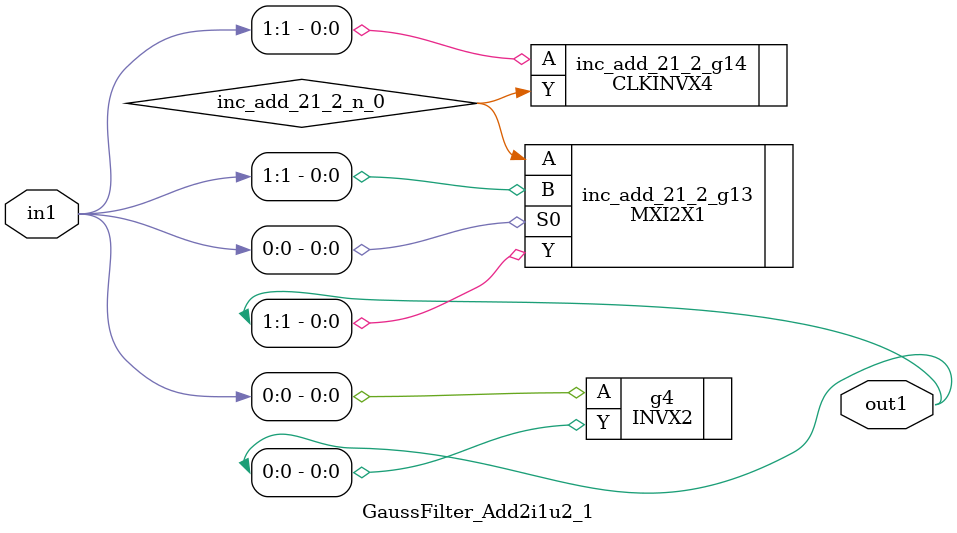
<source format=v>
`timescale 1ps / 1ps


module GaussFilter_Add2i1u2_1(in1, out1);
  input [1:0] in1;
  output [1:0] out1;
  wire [1:0] in1;
  wire [1:0] out1;
  wire inc_add_21_2_n_0;
  INVX2 g4(.A (in1[0]), .Y (out1[0]));
  MXI2X1 inc_add_21_2_g13(.A (inc_add_21_2_n_0), .B (in1[1]), .S0
       (in1[0]), .Y (out1[1]));
  CLKINVX4 inc_add_21_2_g14(.A (in1[1]), .Y (inc_add_21_2_n_0));
endmodule


</source>
